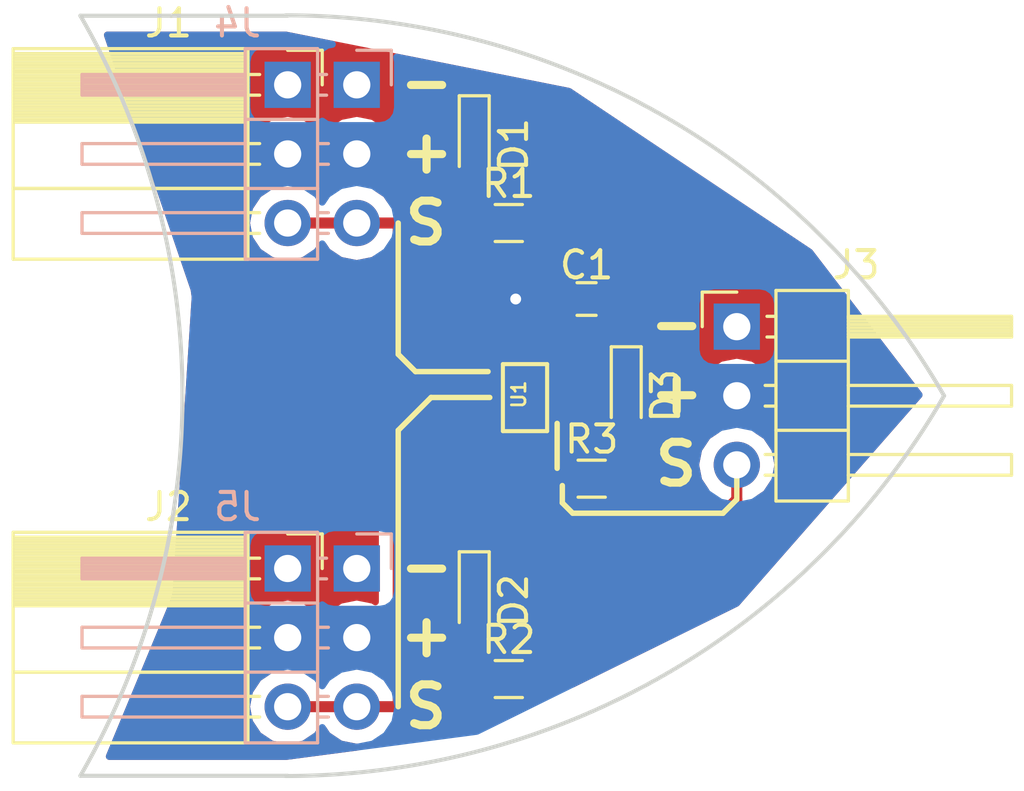
<source format=kicad_pcb>
(kicad_pcb (version 4) (host pcbnew 4.0.7)

  (general
    (links 26)
    (no_connects 0)
    (area 104.01115 48.13115 190.600001 132.180001)
    (thickness 1.6)
    (drawings 30)
    (tracks 35)
    (zones 0)
    (modules 13)
    (nets 9)
  )

  (page A4)
  (layers
    (0 F.Cu signal)
    (31 B.Cu signal)
    (32 B.Adhes user)
    (33 F.Adhes user)
    (34 B.Paste user)
    (35 F.Paste user)
    (36 B.SilkS user)
    (37 F.SilkS user)
    (38 B.Mask user)
    (39 F.Mask user)
    (40 Dwgs.User user)
    (41 Cmts.User user)
    (42 Eco1.User user)
    (43 Eco2.User user)
    (44 Edge.Cuts user)
    (45 Margin user)
    (46 B.CrtYd user)
    (47 F.CrtYd user)
    (48 B.Fab user)
    (49 F.Fab user hide)
  )

  (setup
    (last_trace_width 0.25)
    (user_trace_width 0.4064)
    (trace_clearance 0.2)
    (zone_clearance 0.508)
    (zone_45_only no)
    (trace_min 0.2)
    (segment_width 0.2)
    (edge_width 0.15)
    (via_size 0.6)
    (via_drill 0.4)
    (via_min_size 0.4)
    (via_min_drill 0.3)
    (uvia_size 0.3)
    (uvia_drill 0.1)
    (uvias_allowed no)
    (uvia_min_size 0.2)
    (uvia_min_drill 0.1)
    (pcb_text_width 0.3)
    (pcb_text_size 1.5 1.5)
    (mod_edge_width 0.15)
    (mod_text_size 1 1)
    (mod_text_width 0.15)
    (pad_size 1.524 1.524)
    (pad_drill 0.762)
    (pad_to_mask_clearance 0.2)
    (aux_axis_origin 0 0)
    (visible_elements 7FFFFFFF)
    (pcbplotparams
      (layerselection 0x00030_80000001)
      (usegerberextensions false)
      (excludeedgelayer true)
      (linewidth 0.100000)
      (plotframeref false)
      (viasonmask false)
      (mode 1)
      (useauxorigin false)
      (hpglpennumber 1)
      (hpglpenspeed 20)
      (hpglpendiameter 15)
      (hpglpenoverlay 2)
      (psnegative false)
      (psa4output false)
      (plotreference true)
      (plotvalue true)
      (plotinvisibletext false)
      (padsonsilk false)
      (subtractmaskfromsilk false)
      (outputformat 1)
      (mirror false)
      (drillshape 1)
      (scaleselection 1)
      (outputdirectory ""))
  )

  (net 0 "")
  (net 1 Vin)
  (net 2 GND)
  (net 3 "Net-(D1-Pad2)")
  (net 4 "Net-(D2-Pad2)")
  (net 5 "Net-(D3-Pad2)")
  (net 6 /In1)
  (net 7 /In2)
  (net 8 /Out)

  (net_class Default "This is the default net class."
    (clearance 0.2)
    (trace_width 0.25)
    (via_dia 0.6)
    (via_drill 0.4)
    (uvia_dia 0.3)
    (uvia_drill 0.1)
    (add_net /In1)
    (add_net /In2)
    (add_net /Out)
    (add_net GND)
    (add_net "Net-(D1-Pad2)")
    (add_net "Net-(D2-Pad2)")
    (add_net "Net-(D3-Pad2)")
    (add_net Vin)
  )

  (module Pin_Headers:Pin_Header_Angled_1x03_Pitch2.54mm (layer F.Cu) (tedit 59650532) (tstamp 5AF4B1FA)
    (at 156.21 87.63)
    (descr "Through hole angled pin header, 1x03, 2.54mm pitch, 6mm pin length, single row")
    (tags "Through hole angled pin header THT 1x03 2.54mm single row")
    (path /5AF0ADF4)
    (fp_text reference J3 (at 4.385 -2.27) (layer F.SilkS)
      (effects (font (size 1 1) (thickness 0.15)))
    )
    (fp_text value Out (at 4.385 7.35) (layer F.Fab)
      (effects (font (size 1 1) (thickness 0.15)))
    )
    (fp_line (start 2.135 -1.27) (end 4.04 -1.27) (layer F.Fab) (width 0.1))
    (fp_line (start 4.04 -1.27) (end 4.04 6.35) (layer F.Fab) (width 0.1))
    (fp_line (start 4.04 6.35) (end 1.5 6.35) (layer F.Fab) (width 0.1))
    (fp_line (start 1.5 6.35) (end 1.5 -0.635) (layer F.Fab) (width 0.1))
    (fp_line (start 1.5 -0.635) (end 2.135 -1.27) (layer F.Fab) (width 0.1))
    (fp_line (start -0.32 -0.32) (end 1.5 -0.32) (layer F.Fab) (width 0.1))
    (fp_line (start -0.32 -0.32) (end -0.32 0.32) (layer F.Fab) (width 0.1))
    (fp_line (start -0.32 0.32) (end 1.5 0.32) (layer F.Fab) (width 0.1))
    (fp_line (start 4.04 -0.32) (end 10.04 -0.32) (layer F.Fab) (width 0.1))
    (fp_line (start 10.04 -0.32) (end 10.04 0.32) (layer F.Fab) (width 0.1))
    (fp_line (start 4.04 0.32) (end 10.04 0.32) (layer F.Fab) (width 0.1))
    (fp_line (start -0.32 2.22) (end 1.5 2.22) (layer F.Fab) (width 0.1))
    (fp_line (start -0.32 2.22) (end -0.32 2.86) (layer F.Fab) (width 0.1))
    (fp_line (start -0.32 2.86) (end 1.5 2.86) (layer F.Fab) (width 0.1))
    (fp_line (start 4.04 2.22) (end 10.04 2.22) (layer F.Fab) (width 0.1))
    (fp_line (start 10.04 2.22) (end 10.04 2.86) (layer F.Fab) (width 0.1))
    (fp_line (start 4.04 2.86) (end 10.04 2.86) (layer F.Fab) (width 0.1))
    (fp_line (start -0.32 4.76) (end 1.5 4.76) (layer F.Fab) (width 0.1))
    (fp_line (start -0.32 4.76) (end -0.32 5.4) (layer F.Fab) (width 0.1))
    (fp_line (start -0.32 5.4) (end 1.5 5.4) (layer F.Fab) (width 0.1))
    (fp_line (start 4.04 4.76) (end 10.04 4.76) (layer F.Fab) (width 0.1))
    (fp_line (start 10.04 4.76) (end 10.04 5.4) (layer F.Fab) (width 0.1))
    (fp_line (start 4.04 5.4) (end 10.04 5.4) (layer F.Fab) (width 0.1))
    (fp_line (start 1.44 -1.33) (end 1.44 6.41) (layer F.SilkS) (width 0.12))
    (fp_line (start 1.44 6.41) (end 4.1 6.41) (layer F.SilkS) (width 0.12))
    (fp_line (start 4.1 6.41) (end 4.1 -1.33) (layer F.SilkS) (width 0.12))
    (fp_line (start 4.1 -1.33) (end 1.44 -1.33) (layer F.SilkS) (width 0.12))
    (fp_line (start 4.1 -0.38) (end 10.1 -0.38) (layer F.SilkS) (width 0.12))
    (fp_line (start 10.1 -0.38) (end 10.1 0.38) (layer F.SilkS) (width 0.12))
    (fp_line (start 10.1 0.38) (end 4.1 0.38) (layer F.SilkS) (width 0.12))
    (fp_line (start 4.1 -0.32) (end 10.1 -0.32) (layer F.SilkS) (width 0.12))
    (fp_line (start 4.1 -0.2) (end 10.1 -0.2) (layer F.SilkS) (width 0.12))
    (fp_line (start 4.1 -0.08) (end 10.1 -0.08) (layer F.SilkS) (width 0.12))
    (fp_line (start 4.1 0.04) (end 10.1 0.04) (layer F.SilkS) (width 0.12))
    (fp_line (start 4.1 0.16) (end 10.1 0.16) (layer F.SilkS) (width 0.12))
    (fp_line (start 4.1 0.28) (end 10.1 0.28) (layer F.SilkS) (width 0.12))
    (fp_line (start 1.11 -0.38) (end 1.44 -0.38) (layer F.SilkS) (width 0.12))
    (fp_line (start 1.11 0.38) (end 1.44 0.38) (layer F.SilkS) (width 0.12))
    (fp_line (start 1.44 1.27) (end 4.1 1.27) (layer F.SilkS) (width 0.12))
    (fp_line (start 4.1 2.16) (end 10.1 2.16) (layer F.SilkS) (width 0.12))
    (fp_line (start 10.1 2.16) (end 10.1 2.92) (layer F.SilkS) (width 0.12))
    (fp_line (start 10.1 2.92) (end 4.1 2.92) (layer F.SilkS) (width 0.12))
    (fp_line (start 1.042929 2.16) (end 1.44 2.16) (layer F.SilkS) (width 0.12))
    (fp_line (start 1.042929 2.92) (end 1.44 2.92) (layer F.SilkS) (width 0.12))
    (fp_line (start 1.44 3.81) (end 4.1 3.81) (layer F.SilkS) (width 0.12))
    (fp_line (start 4.1 4.7) (end 10.1 4.7) (layer F.SilkS) (width 0.12))
    (fp_line (start 10.1 4.7) (end 10.1 5.46) (layer F.SilkS) (width 0.12))
    (fp_line (start 10.1 5.46) (end 4.1 5.46) (layer F.SilkS) (width 0.12))
    (fp_line (start 1.042929 4.7) (end 1.44 4.7) (layer F.SilkS) (width 0.12))
    (fp_line (start 1.042929 5.46) (end 1.44 5.46) (layer F.SilkS) (width 0.12))
    (fp_line (start -1.27 0) (end -1.27 -1.27) (layer F.SilkS) (width 0.12))
    (fp_line (start -1.27 -1.27) (end 0 -1.27) (layer F.SilkS) (width 0.12))
    (fp_line (start -1.8 -1.8) (end -1.8 6.85) (layer F.CrtYd) (width 0.05))
    (fp_line (start -1.8 6.85) (end 10.55 6.85) (layer F.CrtYd) (width 0.05))
    (fp_line (start 10.55 6.85) (end 10.55 -1.8) (layer F.CrtYd) (width 0.05))
    (fp_line (start 10.55 -1.8) (end -1.8 -1.8) (layer F.CrtYd) (width 0.05))
    (fp_text user %R (at 2.77 2.54 90) (layer F.Fab)
      (effects (font (size 1 1) (thickness 0.15)))
    )
    (pad 1 thru_hole rect (at 0 0) (size 1.7 1.7) (drill 1) (layers *.Cu *.Mask)
      (net 2 GND))
    (pad 2 thru_hole oval (at 0 2.54) (size 1.7 1.7) (drill 1) (layers *.Cu *.Mask)
      (net 1 Vin))
    (pad 3 thru_hole oval (at 0 5.08) (size 1.7 1.7) (drill 1) (layers *.Cu *.Mask)
      (net 8 /Out))
    (model ${KISYS3DMOD}/Pin_Headers.3dshapes/Pin_Header_Angled_1x03_Pitch2.54mm.wrl
      (at (xyz 0 0 0))
      (scale (xyz 1 1 1))
      (rotate (xyz 0 0 0))
    )
  )

  (module Capacitors_SMD:C_0603_HandSoldering (layer F.Cu) (tedit 58AA848B) (tstamp 5AF4B1D3)
    (at 150.688 86.614)
    (descr "Capacitor SMD 0603, hand soldering")
    (tags "capacitor 0603")
    (path /5AF1DE5F)
    (attr smd)
    (fp_text reference C1 (at 0 -1.25) (layer F.SilkS)
      (effects (font (size 1 1) (thickness 0.15)))
    )
    (fp_text value 10u (at 0 1.5) (layer F.Fab)
      (effects (font (size 1 1) (thickness 0.15)))
    )
    (fp_text user %R (at 0 -1.25) (layer F.Fab)
      (effects (font (size 1 1) (thickness 0.15)))
    )
    (fp_line (start -0.8 0.4) (end -0.8 -0.4) (layer F.Fab) (width 0.1))
    (fp_line (start 0.8 0.4) (end -0.8 0.4) (layer F.Fab) (width 0.1))
    (fp_line (start 0.8 -0.4) (end 0.8 0.4) (layer F.Fab) (width 0.1))
    (fp_line (start -0.8 -0.4) (end 0.8 -0.4) (layer F.Fab) (width 0.1))
    (fp_line (start -0.35 -0.6) (end 0.35 -0.6) (layer F.SilkS) (width 0.12))
    (fp_line (start 0.35 0.6) (end -0.35 0.6) (layer F.SilkS) (width 0.12))
    (fp_line (start -1.8 -0.65) (end 1.8 -0.65) (layer F.CrtYd) (width 0.05))
    (fp_line (start -1.8 -0.65) (end -1.8 0.65) (layer F.CrtYd) (width 0.05))
    (fp_line (start 1.8 0.65) (end 1.8 -0.65) (layer F.CrtYd) (width 0.05))
    (fp_line (start 1.8 0.65) (end -1.8 0.65) (layer F.CrtYd) (width 0.05))
    (pad 1 smd rect (at -0.95 0) (size 1.2 0.75) (layers F.Cu F.Paste F.Mask)
      (net 1 Vin))
    (pad 2 smd rect (at 0.95 0) (size 1.2 0.75) (layers F.Cu F.Paste F.Mask)
      (net 2 GND))
    (model Capacitors_SMD.3dshapes/C_0603.wrl
      (at (xyz 0 0 0))
      (scale (xyz 1 1 1))
      (rotate (xyz 0 0 0))
    )
  )

  (module LEDs:LED_0603_HandSoldering (layer F.Cu) (tedit 595FC9C0) (tstamp 5AF4B1D9)
    (at 146.558 80.942 270)
    (descr "LED SMD 0603, hand soldering")
    (tags "LED 0603")
    (path /5AF0B57F)
    (attr smd)
    (fp_text reference D1 (at 0 -1.45 270) (layer F.SilkS)
      (effects (font (size 1 1) (thickness 0.15)))
    )
    (fp_text value In1 (at 0 1.55 270) (layer F.Fab)
      (effects (font (size 1 1) (thickness 0.15)))
    )
    (fp_line (start -1.8 -0.55) (end -1.8 0.55) (layer F.SilkS) (width 0.12))
    (fp_line (start -0.2 -0.2) (end -0.2 0.2) (layer F.Fab) (width 0.1))
    (fp_line (start -0.15 0) (end 0.15 -0.2) (layer F.Fab) (width 0.1))
    (fp_line (start 0.15 0.2) (end -0.15 0) (layer F.Fab) (width 0.1))
    (fp_line (start 0.15 -0.2) (end 0.15 0.2) (layer F.Fab) (width 0.1))
    (fp_line (start 0.8 0.4) (end -0.8 0.4) (layer F.Fab) (width 0.1))
    (fp_line (start 0.8 -0.4) (end 0.8 0.4) (layer F.Fab) (width 0.1))
    (fp_line (start -0.8 -0.4) (end 0.8 -0.4) (layer F.Fab) (width 0.1))
    (fp_line (start -1.8 0.55) (end 0.8 0.55) (layer F.SilkS) (width 0.12))
    (fp_line (start -1.8 -0.55) (end 0.8 -0.55) (layer F.SilkS) (width 0.12))
    (fp_line (start -1.96 -0.7) (end 1.95 -0.7) (layer F.CrtYd) (width 0.05))
    (fp_line (start -1.96 -0.7) (end -1.96 0.7) (layer F.CrtYd) (width 0.05))
    (fp_line (start 1.95 0.7) (end 1.95 -0.7) (layer F.CrtYd) (width 0.05))
    (fp_line (start 1.95 0.7) (end -1.96 0.7) (layer F.CrtYd) (width 0.05))
    (fp_line (start -0.8 -0.4) (end -0.8 0.4) (layer F.Fab) (width 0.1))
    (pad 1 smd rect (at -1.1 0 270) (size 1.2 0.9) (layers F.Cu F.Paste F.Mask)
      (net 2 GND))
    (pad 2 smd rect (at 1.1 0 270) (size 1.2 0.9) (layers F.Cu F.Paste F.Mask)
      (net 3 "Net-(D1-Pad2)"))
    (model ${KISYS3DMOD}/LEDs.3dshapes/LED_0603.wrl
      (at (xyz 0 0 0))
      (scale (xyz 1 1 1))
      (rotate (xyz 0 0 180))
    )
  )

  (module LEDs:LED_0603_HandSoldering (layer F.Cu) (tedit 595FC9C0) (tstamp 5AF4B1DF)
    (at 146.558 97.706 270)
    (descr "LED SMD 0603, hand soldering")
    (tags "LED 0603")
    (path /5AF0B184)
    (attr smd)
    (fp_text reference D2 (at 0 -1.45 270) (layer F.SilkS)
      (effects (font (size 1 1) (thickness 0.15)))
    )
    (fp_text value In2 (at 0 1.55 270) (layer F.Fab)
      (effects (font (size 1 1) (thickness 0.15)))
    )
    (fp_line (start -1.8 -0.55) (end -1.8 0.55) (layer F.SilkS) (width 0.12))
    (fp_line (start -0.2 -0.2) (end -0.2 0.2) (layer F.Fab) (width 0.1))
    (fp_line (start -0.15 0) (end 0.15 -0.2) (layer F.Fab) (width 0.1))
    (fp_line (start 0.15 0.2) (end -0.15 0) (layer F.Fab) (width 0.1))
    (fp_line (start 0.15 -0.2) (end 0.15 0.2) (layer F.Fab) (width 0.1))
    (fp_line (start 0.8 0.4) (end -0.8 0.4) (layer F.Fab) (width 0.1))
    (fp_line (start 0.8 -0.4) (end 0.8 0.4) (layer F.Fab) (width 0.1))
    (fp_line (start -0.8 -0.4) (end 0.8 -0.4) (layer F.Fab) (width 0.1))
    (fp_line (start -1.8 0.55) (end 0.8 0.55) (layer F.SilkS) (width 0.12))
    (fp_line (start -1.8 -0.55) (end 0.8 -0.55) (layer F.SilkS) (width 0.12))
    (fp_line (start -1.96 -0.7) (end 1.95 -0.7) (layer F.CrtYd) (width 0.05))
    (fp_line (start -1.96 -0.7) (end -1.96 0.7) (layer F.CrtYd) (width 0.05))
    (fp_line (start 1.95 0.7) (end 1.95 -0.7) (layer F.CrtYd) (width 0.05))
    (fp_line (start 1.95 0.7) (end -1.96 0.7) (layer F.CrtYd) (width 0.05))
    (fp_line (start -0.8 -0.4) (end -0.8 0.4) (layer F.Fab) (width 0.1))
    (pad 1 smd rect (at -1.1 0 270) (size 1.2 0.9) (layers F.Cu F.Paste F.Mask)
      (net 2 GND))
    (pad 2 smd rect (at 1.1 0 270) (size 1.2 0.9) (layers F.Cu F.Paste F.Mask)
      (net 4 "Net-(D2-Pad2)"))
    (model ${KISYS3DMOD}/LEDs.3dshapes/LED_0603.wrl
      (at (xyz 0 0 0))
      (scale (xyz 1 1 1))
      (rotate (xyz 0 0 180))
    )
  )

  (module LEDs:LED_0603_HandSoldering (layer F.Cu) (tedit 595FC9C0) (tstamp 5AF4B1E5)
    (at 152.146 90.17 270)
    (descr "LED SMD 0603, hand soldering")
    (tags "LED 0603")
    (path /5AF0B5FF)
    (attr smd)
    (fp_text reference D3 (at 0 -1.45 270) (layer F.SilkS)
      (effects (font (size 1 1) (thickness 0.15)))
    )
    (fp_text value Out (at 0 1.55 270) (layer F.Fab)
      (effects (font (size 1 1) (thickness 0.15)))
    )
    (fp_line (start -1.8 -0.55) (end -1.8 0.55) (layer F.SilkS) (width 0.12))
    (fp_line (start -0.2 -0.2) (end -0.2 0.2) (layer F.Fab) (width 0.1))
    (fp_line (start -0.15 0) (end 0.15 -0.2) (layer F.Fab) (width 0.1))
    (fp_line (start 0.15 0.2) (end -0.15 0) (layer F.Fab) (width 0.1))
    (fp_line (start 0.15 -0.2) (end 0.15 0.2) (layer F.Fab) (width 0.1))
    (fp_line (start 0.8 0.4) (end -0.8 0.4) (layer F.Fab) (width 0.1))
    (fp_line (start 0.8 -0.4) (end 0.8 0.4) (layer F.Fab) (width 0.1))
    (fp_line (start -0.8 -0.4) (end 0.8 -0.4) (layer F.Fab) (width 0.1))
    (fp_line (start -1.8 0.55) (end 0.8 0.55) (layer F.SilkS) (width 0.12))
    (fp_line (start -1.8 -0.55) (end 0.8 -0.55) (layer F.SilkS) (width 0.12))
    (fp_line (start -1.96 -0.7) (end 1.95 -0.7) (layer F.CrtYd) (width 0.05))
    (fp_line (start -1.96 -0.7) (end -1.96 0.7) (layer F.CrtYd) (width 0.05))
    (fp_line (start 1.95 0.7) (end 1.95 -0.7) (layer F.CrtYd) (width 0.05))
    (fp_line (start 1.95 0.7) (end -1.96 0.7) (layer F.CrtYd) (width 0.05))
    (fp_line (start -0.8 -0.4) (end -0.8 0.4) (layer F.Fab) (width 0.1))
    (pad 1 smd rect (at -1.1 0 270) (size 1.2 0.9) (layers F.Cu F.Paste F.Mask)
      (net 2 GND))
    (pad 2 smd rect (at 1.1 0 270) (size 1.2 0.9) (layers F.Cu F.Paste F.Mask)
      (net 5 "Net-(D3-Pad2)"))
    (model ${KISYS3DMOD}/LEDs.3dshapes/LED_0603.wrl
      (at (xyz 0 0 0))
      (scale (xyz 1 1 1))
      (rotate (xyz 0 0 180))
    )
  )

  (module Socket_Strips:Socket_Strip_Angled_1x03_Pitch2.54mm (layer F.Cu) (tedit 58CD5446) (tstamp 5AF4B1EC)
    (at 139.7 78.74)
    (descr "Through hole angled socket strip, 1x03, 2.54mm pitch, 8.51mm socket length, single row")
    (tags "Through hole angled socket strip THT 1x03 2.54mm single row")
    (path /5AF0AE86)
    (fp_text reference J1 (at -4.38 -2.27) (layer F.SilkS)
      (effects (font (size 1 1) (thickness 0.15)))
    )
    (fp_text value In1 (at -4.38 7.35) (layer F.Fab)
      (effects (font (size 1 1) (thickness 0.15)))
    )
    (fp_line (start -1.52 -1.27) (end -1.52 1.27) (layer F.Fab) (width 0.1))
    (fp_line (start -1.52 1.27) (end -10.03 1.27) (layer F.Fab) (width 0.1))
    (fp_line (start -10.03 1.27) (end -10.03 -1.27) (layer F.Fab) (width 0.1))
    (fp_line (start -10.03 -1.27) (end -1.52 -1.27) (layer F.Fab) (width 0.1))
    (fp_line (start 0 -0.32) (end 0 0.32) (layer F.Fab) (width 0.1))
    (fp_line (start 0 0.32) (end -1.52 0.32) (layer F.Fab) (width 0.1))
    (fp_line (start -1.52 0.32) (end -1.52 -0.32) (layer F.Fab) (width 0.1))
    (fp_line (start -1.52 -0.32) (end 0 -0.32) (layer F.Fab) (width 0.1))
    (fp_line (start -1.52 1.27) (end -1.52 3.81) (layer F.Fab) (width 0.1))
    (fp_line (start -1.52 3.81) (end -10.03 3.81) (layer F.Fab) (width 0.1))
    (fp_line (start -10.03 3.81) (end -10.03 1.27) (layer F.Fab) (width 0.1))
    (fp_line (start -10.03 1.27) (end -1.52 1.27) (layer F.Fab) (width 0.1))
    (fp_line (start 0 2.22) (end 0 2.86) (layer F.Fab) (width 0.1))
    (fp_line (start 0 2.86) (end -1.52 2.86) (layer F.Fab) (width 0.1))
    (fp_line (start -1.52 2.86) (end -1.52 2.22) (layer F.Fab) (width 0.1))
    (fp_line (start -1.52 2.22) (end 0 2.22) (layer F.Fab) (width 0.1))
    (fp_line (start -1.52 3.81) (end -1.52 6.35) (layer F.Fab) (width 0.1))
    (fp_line (start -1.52 6.35) (end -10.03 6.35) (layer F.Fab) (width 0.1))
    (fp_line (start -10.03 6.35) (end -10.03 3.81) (layer F.Fab) (width 0.1))
    (fp_line (start -10.03 3.81) (end -1.52 3.81) (layer F.Fab) (width 0.1))
    (fp_line (start 0 4.76) (end 0 5.4) (layer F.Fab) (width 0.1))
    (fp_line (start 0 5.4) (end -1.52 5.4) (layer F.Fab) (width 0.1))
    (fp_line (start -1.52 5.4) (end -1.52 4.76) (layer F.Fab) (width 0.1))
    (fp_line (start -1.52 4.76) (end 0 4.76) (layer F.Fab) (width 0.1))
    (fp_line (start -1.46 -1.33) (end -1.46 1.27) (layer F.SilkS) (width 0.12))
    (fp_line (start -1.46 1.27) (end -10.09 1.27) (layer F.SilkS) (width 0.12))
    (fp_line (start -10.09 1.27) (end -10.09 -1.33) (layer F.SilkS) (width 0.12))
    (fp_line (start -10.09 -1.33) (end -1.46 -1.33) (layer F.SilkS) (width 0.12))
    (fp_line (start -1.03 -0.38) (end -1.46 -0.38) (layer F.SilkS) (width 0.12))
    (fp_line (start -1.03 0.38) (end -1.46 0.38) (layer F.SilkS) (width 0.12))
    (fp_line (start -1.46 -1.15) (end -10.09 -1.15) (layer F.SilkS) (width 0.12))
    (fp_line (start -1.46 -1.03) (end -10.09 -1.03) (layer F.SilkS) (width 0.12))
    (fp_line (start -1.46 -0.91) (end -10.09 -0.91) (layer F.SilkS) (width 0.12))
    (fp_line (start -1.46 -0.79) (end -10.09 -0.79) (layer F.SilkS) (width 0.12))
    (fp_line (start -1.46 -0.67) (end -10.09 -0.67) (layer F.SilkS) (width 0.12))
    (fp_line (start -1.46 -0.55) (end -10.09 -0.55) (layer F.SilkS) (width 0.12))
    (fp_line (start -1.46 -0.43) (end -10.09 -0.43) (layer F.SilkS) (width 0.12))
    (fp_line (start -1.46 -0.31) (end -10.09 -0.31) (layer F.SilkS) (width 0.12))
    (fp_line (start -1.46 -0.19) (end -10.09 -0.19) (layer F.SilkS) (width 0.12))
    (fp_line (start -1.46 -0.07) (end -10.09 -0.07) (layer F.SilkS) (width 0.12))
    (fp_line (start -1.46 0.05) (end -10.09 0.05) (layer F.SilkS) (width 0.12))
    (fp_line (start -1.46 0.17) (end -10.09 0.17) (layer F.SilkS) (width 0.12))
    (fp_line (start -1.46 0.29) (end -10.09 0.29) (layer F.SilkS) (width 0.12))
    (fp_line (start -1.46 0.41) (end -10.09 0.41) (layer F.SilkS) (width 0.12))
    (fp_line (start -1.46 0.53) (end -10.09 0.53) (layer F.SilkS) (width 0.12))
    (fp_line (start -1.46 0.65) (end -10.09 0.65) (layer F.SilkS) (width 0.12))
    (fp_line (start -1.46 0.77) (end -10.09 0.77) (layer F.SilkS) (width 0.12))
    (fp_line (start -1.46 0.89) (end -10.09 0.89) (layer F.SilkS) (width 0.12))
    (fp_line (start -1.46 1.01) (end -10.09 1.01) (layer F.SilkS) (width 0.12))
    (fp_line (start -1.46 1.13) (end -10.09 1.13) (layer F.SilkS) (width 0.12))
    (fp_line (start -1.46 1.25) (end -10.09 1.25) (layer F.SilkS) (width 0.12))
    (fp_line (start -1.46 1.37) (end -10.09 1.37) (layer F.SilkS) (width 0.12))
    (fp_line (start -1.46 1.27) (end -1.46 3.81) (layer F.SilkS) (width 0.12))
    (fp_line (start -1.46 3.81) (end -10.09 3.81) (layer F.SilkS) (width 0.12))
    (fp_line (start -10.09 3.81) (end -10.09 1.27) (layer F.SilkS) (width 0.12))
    (fp_line (start -10.09 1.27) (end -1.46 1.27) (layer F.SilkS) (width 0.12))
    (fp_line (start -1.03 2.16) (end -1.46 2.16) (layer F.SilkS) (width 0.12))
    (fp_line (start -1.03 2.92) (end -1.46 2.92) (layer F.SilkS) (width 0.12))
    (fp_line (start -1.46 3.81) (end -1.46 6.41) (layer F.SilkS) (width 0.12))
    (fp_line (start -1.46 6.41) (end -10.09 6.41) (layer F.SilkS) (width 0.12))
    (fp_line (start -10.09 6.41) (end -10.09 3.81) (layer F.SilkS) (width 0.12))
    (fp_line (start -10.09 3.81) (end -1.46 3.81) (layer F.SilkS) (width 0.12))
    (fp_line (start -1.03 4.7) (end -1.46 4.7) (layer F.SilkS) (width 0.12))
    (fp_line (start -1.03 5.46) (end -1.46 5.46) (layer F.SilkS) (width 0.12))
    (fp_line (start 0 -1.27) (end 1.27 -1.27) (layer F.SilkS) (width 0.12))
    (fp_line (start 1.27 -1.27) (end 1.27 0) (layer F.SilkS) (width 0.12))
    (fp_line (start 1.8 -1.8) (end 1.8 6.85) (layer F.CrtYd) (width 0.05))
    (fp_line (start 1.8 6.85) (end -10.55 6.85) (layer F.CrtYd) (width 0.05))
    (fp_line (start -10.55 6.85) (end -10.55 -1.8) (layer F.CrtYd) (width 0.05))
    (fp_line (start -10.55 -1.8) (end 1.8 -1.8) (layer F.CrtYd) (width 0.05))
    (fp_text user %R (at -4.38 -2.27) (layer F.Fab)
      (effects (font (size 1 1) (thickness 0.15)))
    )
    (pad 1 thru_hole rect (at 0 0) (size 1.7 1.7) (drill 1) (layers *.Cu *.Mask)
      (net 2 GND))
    (pad 2 thru_hole oval (at 0 2.54) (size 1.7 1.7) (drill 1) (layers *.Cu *.Mask)
      (net 1 Vin))
    (pad 3 thru_hole oval (at 0 5.08) (size 1.7 1.7) (drill 1) (layers *.Cu *.Mask)
      (net 6 /In1))
    (model ${KISYS3DMOD}/Socket_Strips.3dshapes/Socket_Strip_Angled_1x03_Pitch2.54mm.wrl
      (at (xyz 0 -0.1 0))
      (scale (xyz 1 1 1))
      (rotate (xyz 0 0 270))
    )
  )

  (module Socket_Strips:Socket_Strip_Angled_1x03_Pitch2.54mm (layer F.Cu) (tedit 58CD5446) (tstamp 5AF4B1F3)
    (at 139.7 96.52)
    (descr "Through hole angled socket strip, 1x03, 2.54mm pitch, 8.51mm socket length, single row")
    (tags "Through hole angled socket strip THT 1x03 2.54mm single row")
    (path /5AF0AEBC)
    (fp_text reference J2 (at -4.38 -2.27) (layer F.SilkS)
      (effects (font (size 1 1) (thickness 0.15)))
    )
    (fp_text value In2 (at -4.38 7.35) (layer F.Fab)
      (effects (font (size 1 1) (thickness 0.15)))
    )
    (fp_line (start -1.52 -1.27) (end -1.52 1.27) (layer F.Fab) (width 0.1))
    (fp_line (start -1.52 1.27) (end -10.03 1.27) (layer F.Fab) (width 0.1))
    (fp_line (start -10.03 1.27) (end -10.03 -1.27) (layer F.Fab) (width 0.1))
    (fp_line (start -10.03 -1.27) (end -1.52 -1.27) (layer F.Fab) (width 0.1))
    (fp_line (start 0 -0.32) (end 0 0.32) (layer F.Fab) (width 0.1))
    (fp_line (start 0 0.32) (end -1.52 0.32) (layer F.Fab) (width 0.1))
    (fp_line (start -1.52 0.32) (end -1.52 -0.32) (layer F.Fab) (width 0.1))
    (fp_line (start -1.52 -0.32) (end 0 -0.32) (layer F.Fab) (width 0.1))
    (fp_line (start -1.52 1.27) (end -1.52 3.81) (layer F.Fab) (width 0.1))
    (fp_line (start -1.52 3.81) (end -10.03 3.81) (layer F.Fab) (width 0.1))
    (fp_line (start -10.03 3.81) (end -10.03 1.27) (layer F.Fab) (width 0.1))
    (fp_line (start -10.03 1.27) (end -1.52 1.27) (layer F.Fab) (width 0.1))
    (fp_line (start 0 2.22) (end 0 2.86) (layer F.Fab) (width 0.1))
    (fp_line (start 0 2.86) (end -1.52 2.86) (layer F.Fab) (width 0.1))
    (fp_line (start -1.52 2.86) (end -1.52 2.22) (layer F.Fab) (width 0.1))
    (fp_line (start -1.52 2.22) (end 0 2.22) (layer F.Fab) (width 0.1))
    (fp_line (start -1.52 3.81) (end -1.52 6.35) (layer F.Fab) (width 0.1))
    (fp_line (start -1.52 6.35) (end -10.03 6.35) (layer F.Fab) (width 0.1))
    (fp_line (start -10.03 6.35) (end -10.03 3.81) (layer F.Fab) (width 0.1))
    (fp_line (start -10.03 3.81) (end -1.52 3.81) (layer F.Fab) (width 0.1))
    (fp_line (start 0 4.76) (end 0 5.4) (layer F.Fab) (width 0.1))
    (fp_line (start 0 5.4) (end -1.52 5.4) (layer F.Fab) (width 0.1))
    (fp_line (start -1.52 5.4) (end -1.52 4.76) (layer F.Fab) (width 0.1))
    (fp_line (start -1.52 4.76) (end 0 4.76) (layer F.Fab) (width 0.1))
    (fp_line (start -1.46 -1.33) (end -1.46 1.27) (layer F.SilkS) (width 0.12))
    (fp_line (start -1.46 1.27) (end -10.09 1.27) (layer F.SilkS) (width 0.12))
    (fp_line (start -10.09 1.27) (end -10.09 -1.33) (layer F.SilkS) (width 0.12))
    (fp_line (start -10.09 -1.33) (end -1.46 -1.33) (layer F.SilkS) (width 0.12))
    (fp_line (start -1.03 -0.38) (end -1.46 -0.38) (layer F.SilkS) (width 0.12))
    (fp_line (start -1.03 0.38) (end -1.46 0.38) (layer F.SilkS) (width 0.12))
    (fp_line (start -1.46 -1.15) (end -10.09 -1.15) (layer F.SilkS) (width 0.12))
    (fp_line (start -1.46 -1.03) (end -10.09 -1.03) (layer F.SilkS) (width 0.12))
    (fp_line (start -1.46 -0.91) (end -10.09 -0.91) (layer F.SilkS) (width 0.12))
    (fp_line (start -1.46 -0.79) (end -10.09 -0.79) (layer F.SilkS) (width 0.12))
    (fp_line (start -1.46 -0.67) (end -10.09 -0.67) (layer F.SilkS) (width 0.12))
    (fp_line (start -1.46 -0.55) (end -10.09 -0.55) (layer F.SilkS) (width 0.12))
    (fp_line (start -1.46 -0.43) (end -10.09 -0.43) (layer F.SilkS) (width 0.12))
    (fp_line (start -1.46 -0.31) (end -10.09 -0.31) (layer F.SilkS) (width 0.12))
    (fp_line (start -1.46 -0.19) (end -10.09 -0.19) (layer F.SilkS) (width 0.12))
    (fp_line (start -1.46 -0.07) (end -10.09 -0.07) (layer F.SilkS) (width 0.12))
    (fp_line (start -1.46 0.05) (end -10.09 0.05) (layer F.SilkS) (width 0.12))
    (fp_line (start -1.46 0.17) (end -10.09 0.17) (layer F.SilkS) (width 0.12))
    (fp_line (start -1.46 0.29) (end -10.09 0.29) (layer F.SilkS) (width 0.12))
    (fp_line (start -1.46 0.41) (end -10.09 0.41) (layer F.SilkS) (width 0.12))
    (fp_line (start -1.46 0.53) (end -10.09 0.53) (layer F.SilkS) (width 0.12))
    (fp_line (start -1.46 0.65) (end -10.09 0.65) (layer F.SilkS) (width 0.12))
    (fp_line (start -1.46 0.77) (end -10.09 0.77) (layer F.SilkS) (width 0.12))
    (fp_line (start -1.46 0.89) (end -10.09 0.89) (layer F.SilkS) (width 0.12))
    (fp_line (start -1.46 1.01) (end -10.09 1.01) (layer F.SilkS) (width 0.12))
    (fp_line (start -1.46 1.13) (end -10.09 1.13) (layer F.SilkS) (width 0.12))
    (fp_line (start -1.46 1.25) (end -10.09 1.25) (layer F.SilkS) (width 0.12))
    (fp_line (start -1.46 1.37) (end -10.09 1.37) (layer F.SilkS) (width 0.12))
    (fp_line (start -1.46 1.27) (end -1.46 3.81) (layer F.SilkS) (width 0.12))
    (fp_line (start -1.46 3.81) (end -10.09 3.81) (layer F.SilkS) (width 0.12))
    (fp_line (start -10.09 3.81) (end -10.09 1.27) (layer F.SilkS) (width 0.12))
    (fp_line (start -10.09 1.27) (end -1.46 1.27) (layer F.SilkS) (width 0.12))
    (fp_line (start -1.03 2.16) (end -1.46 2.16) (layer F.SilkS) (width 0.12))
    (fp_line (start -1.03 2.92) (end -1.46 2.92) (layer F.SilkS) (width 0.12))
    (fp_line (start -1.46 3.81) (end -1.46 6.41) (layer F.SilkS) (width 0.12))
    (fp_line (start -1.46 6.41) (end -10.09 6.41) (layer F.SilkS) (width 0.12))
    (fp_line (start -10.09 6.41) (end -10.09 3.81) (layer F.SilkS) (width 0.12))
    (fp_line (start -10.09 3.81) (end -1.46 3.81) (layer F.SilkS) (width 0.12))
    (fp_line (start -1.03 4.7) (end -1.46 4.7) (layer F.SilkS) (width 0.12))
    (fp_line (start -1.03 5.46) (end -1.46 5.46) (layer F.SilkS) (width 0.12))
    (fp_line (start 0 -1.27) (end 1.27 -1.27) (layer F.SilkS) (width 0.12))
    (fp_line (start 1.27 -1.27) (end 1.27 0) (layer F.SilkS) (width 0.12))
    (fp_line (start 1.8 -1.8) (end 1.8 6.85) (layer F.CrtYd) (width 0.05))
    (fp_line (start 1.8 6.85) (end -10.55 6.85) (layer F.CrtYd) (width 0.05))
    (fp_line (start -10.55 6.85) (end -10.55 -1.8) (layer F.CrtYd) (width 0.05))
    (fp_line (start -10.55 -1.8) (end 1.8 -1.8) (layer F.CrtYd) (width 0.05))
    (fp_text user %R (at -4.38 -2.27) (layer F.Fab)
      (effects (font (size 1 1) (thickness 0.15)))
    )
    (pad 1 thru_hole rect (at 0 0) (size 1.7 1.7) (drill 1) (layers *.Cu *.Mask)
      (net 2 GND))
    (pad 2 thru_hole oval (at 0 2.54) (size 1.7 1.7) (drill 1) (layers *.Cu *.Mask)
      (net 1 Vin))
    (pad 3 thru_hole oval (at 0 5.08) (size 1.7 1.7) (drill 1) (layers *.Cu *.Mask)
      (net 7 /In2))
    (model ${KISYS3DMOD}/Socket_Strips.3dshapes/Socket_Strip_Angled_1x03_Pitch2.54mm.wrl
      (at (xyz 0 -0.1 0))
      (scale (xyz 1 1 1))
      (rotate (xyz 0 0 270))
    )
  )

  (module Pin_Headers:Pin_Header_Angled_1x03_Pitch2.54mm (layer B.Cu) (tedit 59650532) (tstamp 5AF4B201)
    (at 142.24 78.74 180)
    (descr "Through hole angled pin header, 1x03, 2.54mm pitch, 6mm pin length, single row")
    (tags "Through hole angled pin header THT 1x03 2.54mm single row")
    (path /5AF0AF18)
    (fp_text reference J4 (at 4.385 2.27 180) (layer B.SilkS)
      (effects (font (size 1 1) (thickness 0.15)) (justify mirror))
    )
    (fp_text value Thru1 (at 4.385 -7.35 180) (layer B.Fab)
      (effects (font (size 1 1) (thickness 0.15)) (justify mirror))
    )
    (fp_line (start 2.135 1.27) (end 4.04 1.27) (layer B.Fab) (width 0.1))
    (fp_line (start 4.04 1.27) (end 4.04 -6.35) (layer B.Fab) (width 0.1))
    (fp_line (start 4.04 -6.35) (end 1.5 -6.35) (layer B.Fab) (width 0.1))
    (fp_line (start 1.5 -6.35) (end 1.5 0.635) (layer B.Fab) (width 0.1))
    (fp_line (start 1.5 0.635) (end 2.135 1.27) (layer B.Fab) (width 0.1))
    (fp_line (start -0.32 0.32) (end 1.5 0.32) (layer B.Fab) (width 0.1))
    (fp_line (start -0.32 0.32) (end -0.32 -0.32) (layer B.Fab) (width 0.1))
    (fp_line (start -0.32 -0.32) (end 1.5 -0.32) (layer B.Fab) (width 0.1))
    (fp_line (start 4.04 0.32) (end 10.04 0.32) (layer B.Fab) (width 0.1))
    (fp_line (start 10.04 0.32) (end 10.04 -0.32) (layer B.Fab) (width 0.1))
    (fp_line (start 4.04 -0.32) (end 10.04 -0.32) (layer B.Fab) (width 0.1))
    (fp_line (start -0.32 -2.22) (end 1.5 -2.22) (layer B.Fab) (width 0.1))
    (fp_line (start -0.32 -2.22) (end -0.32 -2.86) (layer B.Fab) (width 0.1))
    (fp_line (start -0.32 -2.86) (end 1.5 -2.86) (layer B.Fab) (width 0.1))
    (fp_line (start 4.04 -2.22) (end 10.04 -2.22) (layer B.Fab) (width 0.1))
    (fp_line (start 10.04 -2.22) (end 10.04 -2.86) (layer B.Fab) (width 0.1))
    (fp_line (start 4.04 -2.86) (end 10.04 -2.86) (layer B.Fab) (width 0.1))
    (fp_line (start -0.32 -4.76) (end 1.5 -4.76) (layer B.Fab) (width 0.1))
    (fp_line (start -0.32 -4.76) (end -0.32 -5.4) (layer B.Fab) (width 0.1))
    (fp_line (start -0.32 -5.4) (end 1.5 -5.4) (layer B.Fab) (width 0.1))
    (fp_line (start 4.04 -4.76) (end 10.04 -4.76) (layer B.Fab) (width 0.1))
    (fp_line (start 10.04 -4.76) (end 10.04 -5.4) (layer B.Fab) (width 0.1))
    (fp_line (start 4.04 -5.4) (end 10.04 -5.4) (layer B.Fab) (width 0.1))
    (fp_line (start 1.44 1.33) (end 1.44 -6.41) (layer B.SilkS) (width 0.12))
    (fp_line (start 1.44 -6.41) (end 4.1 -6.41) (layer B.SilkS) (width 0.12))
    (fp_line (start 4.1 -6.41) (end 4.1 1.33) (layer B.SilkS) (width 0.12))
    (fp_line (start 4.1 1.33) (end 1.44 1.33) (layer B.SilkS) (width 0.12))
    (fp_line (start 4.1 0.38) (end 10.1 0.38) (layer B.SilkS) (width 0.12))
    (fp_line (start 10.1 0.38) (end 10.1 -0.38) (layer B.SilkS) (width 0.12))
    (fp_line (start 10.1 -0.38) (end 4.1 -0.38) (layer B.SilkS) (width 0.12))
    (fp_line (start 4.1 0.32) (end 10.1 0.32) (layer B.SilkS) (width 0.12))
    (fp_line (start 4.1 0.2) (end 10.1 0.2) (layer B.SilkS) (width 0.12))
    (fp_line (start 4.1 0.08) (end 10.1 0.08) (layer B.SilkS) (width 0.12))
    (fp_line (start 4.1 -0.04) (end 10.1 -0.04) (layer B.SilkS) (width 0.12))
    (fp_line (start 4.1 -0.16) (end 10.1 -0.16) (layer B.SilkS) (width 0.12))
    (fp_line (start 4.1 -0.28) (end 10.1 -0.28) (layer B.SilkS) (width 0.12))
    (fp_line (start 1.11 0.38) (end 1.44 0.38) (layer B.SilkS) (width 0.12))
    (fp_line (start 1.11 -0.38) (end 1.44 -0.38) (layer B.SilkS) (width 0.12))
    (fp_line (start 1.44 -1.27) (end 4.1 -1.27) (layer B.SilkS) (width 0.12))
    (fp_line (start 4.1 -2.16) (end 10.1 -2.16) (layer B.SilkS) (width 0.12))
    (fp_line (start 10.1 -2.16) (end 10.1 -2.92) (layer B.SilkS) (width 0.12))
    (fp_line (start 10.1 -2.92) (end 4.1 -2.92) (layer B.SilkS) (width 0.12))
    (fp_line (start 1.042929 -2.16) (end 1.44 -2.16) (layer B.SilkS) (width 0.12))
    (fp_line (start 1.042929 -2.92) (end 1.44 -2.92) (layer B.SilkS) (width 0.12))
    (fp_line (start 1.44 -3.81) (end 4.1 -3.81) (layer B.SilkS) (width 0.12))
    (fp_line (start 4.1 -4.7) (end 10.1 -4.7) (layer B.SilkS) (width 0.12))
    (fp_line (start 10.1 -4.7) (end 10.1 -5.46) (layer B.SilkS) (width 0.12))
    (fp_line (start 10.1 -5.46) (end 4.1 -5.46) (layer B.SilkS) (width 0.12))
    (fp_line (start 1.042929 -4.7) (end 1.44 -4.7) (layer B.SilkS) (width 0.12))
    (fp_line (start 1.042929 -5.46) (end 1.44 -5.46) (layer B.SilkS) (width 0.12))
    (fp_line (start -1.27 0) (end -1.27 1.27) (layer B.SilkS) (width 0.12))
    (fp_line (start -1.27 1.27) (end 0 1.27) (layer B.SilkS) (width 0.12))
    (fp_line (start -1.8 1.8) (end -1.8 -6.85) (layer B.CrtYd) (width 0.05))
    (fp_line (start -1.8 -6.85) (end 10.55 -6.85) (layer B.CrtYd) (width 0.05))
    (fp_line (start 10.55 -6.85) (end 10.55 1.8) (layer B.CrtYd) (width 0.05))
    (fp_line (start 10.55 1.8) (end -1.8 1.8) (layer B.CrtYd) (width 0.05))
    (fp_text user %R (at 2.77 -2.54 450) (layer B.Fab)
      (effects (font (size 1 1) (thickness 0.15)) (justify mirror))
    )
    (pad 1 thru_hole rect (at 0 0 180) (size 1.7 1.7) (drill 1) (layers *.Cu *.Mask)
      (net 2 GND))
    (pad 2 thru_hole oval (at 0 -2.54 180) (size 1.7 1.7) (drill 1) (layers *.Cu *.Mask)
      (net 1 Vin))
    (pad 3 thru_hole oval (at 0 -5.08 180) (size 1.7 1.7) (drill 1) (layers *.Cu *.Mask)
      (net 6 /In1))
    (model ${KISYS3DMOD}/Pin_Headers.3dshapes/Pin_Header_Angled_1x03_Pitch2.54mm.wrl
      (at (xyz 0 0 0))
      (scale (xyz 1 1 1))
      (rotate (xyz 0 0 0))
    )
  )

  (module Pin_Headers:Pin_Header_Angled_1x03_Pitch2.54mm (layer B.Cu) (tedit 59650532) (tstamp 5AF4B208)
    (at 142.24 96.52 180)
    (descr "Through hole angled pin header, 1x03, 2.54mm pitch, 6mm pin length, single row")
    (tags "Through hole angled pin header THT 1x03 2.54mm single row")
    (path /5AF0AEF4)
    (fp_text reference J5 (at 4.385 2.27 180) (layer B.SilkS)
      (effects (font (size 1 1) (thickness 0.15)) (justify mirror))
    )
    (fp_text value Thru2 (at 4.385 -7.35 180) (layer B.Fab)
      (effects (font (size 1 1) (thickness 0.15)) (justify mirror))
    )
    (fp_line (start 2.135 1.27) (end 4.04 1.27) (layer B.Fab) (width 0.1))
    (fp_line (start 4.04 1.27) (end 4.04 -6.35) (layer B.Fab) (width 0.1))
    (fp_line (start 4.04 -6.35) (end 1.5 -6.35) (layer B.Fab) (width 0.1))
    (fp_line (start 1.5 -6.35) (end 1.5 0.635) (layer B.Fab) (width 0.1))
    (fp_line (start 1.5 0.635) (end 2.135 1.27) (layer B.Fab) (width 0.1))
    (fp_line (start -0.32 0.32) (end 1.5 0.32) (layer B.Fab) (width 0.1))
    (fp_line (start -0.32 0.32) (end -0.32 -0.32) (layer B.Fab) (width 0.1))
    (fp_line (start -0.32 -0.32) (end 1.5 -0.32) (layer B.Fab) (width 0.1))
    (fp_line (start 4.04 0.32) (end 10.04 0.32) (layer B.Fab) (width 0.1))
    (fp_line (start 10.04 0.32) (end 10.04 -0.32) (layer B.Fab) (width 0.1))
    (fp_line (start 4.04 -0.32) (end 10.04 -0.32) (layer B.Fab) (width 0.1))
    (fp_line (start -0.32 -2.22) (end 1.5 -2.22) (layer B.Fab) (width 0.1))
    (fp_line (start -0.32 -2.22) (end -0.32 -2.86) (layer B.Fab) (width 0.1))
    (fp_line (start -0.32 -2.86) (end 1.5 -2.86) (layer B.Fab) (width 0.1))
    (fp_line (start 4.04 -2.22) (end 10.04 -2.22) (layer B.Fab) (width 0.1))
    (fp_line (start 10.04 -2.22) (end 10.04 -2.86) (layer B.Fab) (width 0.1))
    (fp_line (start 4.04 -2.86) (end 10.04 -2.86) (layer B.Fab) (width 0.1))
    (fp_line (start -0.32 -4.76) (end 1.5 -4.76) (layer B.Fab) (width 0.1))
    (fp_line (start -0.32 -4.76) (end -0.32 -5.4) (layer B.Fab) (width 0.1))
    (fp_line (start -0.32 -5.4) (end 1.5 -5.4) (layer B.Fab) (width 0.1))
    (fp_line (start 4.04 -4.76) (end 10.04 -4.76) (layer B.Fab) (width 0.1))
    (fp_line (start 10.04 -4.76) (end 10.04 -5.4) (layer B.Fab) (width 0.1))
    (fp_line (start 4.04 -5.4) (end 10.04 -5.4) (layer B.Fab) (width 0.1))
    (fp_line (start 1.44 1.33) (end 1.44 -6.41) (layer B.SilkS) (width 0.12))
    (fp_line (start 1.44 -6.41) (end 4.1 -6.41) (layer B.SilkS) (width 0.12))
    (fp_line (start 4.1 -6.41) (end 4.1 1.33) (layer B.SilkS) (width 0.12))
    (fp_line (start 4.1 1.33) (end 1.44 1.33) (layer B.SilkS) (width 0.12))
    (fp_line (start 4.1 0.38) (end 10.1 0.38) (layer B.SilkS) (width 0.12))
    (fp_line (start 10.1 0.38) (end 10.1 -0.38) (layer B.SilkS) (width 0.12))
    (fp_line (start 10.1 -0.38) (end 4.1 -0.38) (layer B.SilkS) (width 0.12))
    (fp_line (start 4.1 0.32) (end 10.1 0.32) (layer B.SilkS) (width 0.12))
    (fp_line (start 4.1 0.2) (end 10.1 0.2) (layer B.SilkS) (width 0.12))
    (fp_line (start 4.1 0.08) (end 10.1 0.08) (layer B.SilkS) (width 0.12))
    (fp_line (start 4.1 -0.04) (end 10.1 -0.04) (layer B.SilkS) (width 0.12))
    (fp_line (start 4.1 -0.16) (end 10.1 -0.16) (layer B.SilkS) (width 0.12))
    (fp_line (start 4.1 -0.28) (end 10.1 -0.28) (layer B.SilkS) (width 0.12))
    (fp_line (start 1.11 0.38) (end 1.44 0.38) (layer B.SilkS) (width 0.12))
    (fp_line (start 1.11 -0.38) (end 1.44 -0.38) (layer B.SilkS) (width 0.12))
    (fp_line (start 1.44 -1.27) (end 4.1 -1.27) (layer B.SilkS) (width 0.12))
    (fp_line (start 4.1 -2.16) (end 10.1 -2.16) (layer B.SilkS) (width 0.12))
    (fp_line (start 10.1 -2.16) (end 10.1 -2.92) (layer B.SilkS) (width 0.12))
    (fp_line (start 10.1 -2.92) (end 4.1 -2.92) (layer B.SilkS) (width 0.12))
    (fp_line (start 1.042929 -2.16) (end 1.44 -2.16) (layer B.SilkS) (width 0.12))
    (fp_line (start 1.042929 -2.92) (end 1.44 -2.92) (layer B.SilkS) (width 0.12))
    (fp_line (start 1.44 -3.81) (end 4.1 -3.81) (layer B.SilkS) (width 0.12))
    (fp_line (start 4.1 -4.7) (end 10.1 -4.7) (layer B.SilkS) (width 0.12))
    (fp_line (start 10.1 -4.7) (end 10.1 -5.46) (layer B.SilkS) (width 0.12))
    (fp_line (start 10.1 -5.46) (end 4.1 -5.46) (layer B.SilkS) (width 0.12))
    (fp_line (start 1.042929 -4.7) (end 1.44 -4.7) (layer B.SilkS) (width 0.12))
    (fp_line (start 1.042929 -5.46) (end 1.44 -5.46) (layer B.SilkS) (width 0.12))
    (fp_line (start -1.27 0) (end -1.27 1.27) (layer B.SilkS) (width 0.12))
    (fp_line (start -1.27 1.27) (end 0 1.27) (layer B.SilkS) (width 0.12))
    (fp_line (start -1.8 1.8) (end -1.8 -6.85) (layer B.CrtYd) (width 0.05))
    (fp_line (start -1.8 -6.85) (end 10.55 -6.85) (layer B.CrtYd) (width 0.05))
    (fp_line (start 10.55 -6.85) (end 10.55 1.8) (layer B.CrtYd) (width 0.05))
    (fp_line (start 10.55 1.8) (end -1.8 1.8) (layer B.CrtYd) (width 0.05))
    (fp_text user %R (at 2.77 -2.54 450) (layer B.Fab)
      (effects (font (size 1 1) (thickness 0.15)) (justify mirror))
    )
    (pad 1 thru_hole rect (at 0 0 180) (size 1.7 1.7) (drill 1) (layers *.Cu *.Mask)
      (net 2 GND))
    (pad 2 thru_hole oval (at 0 -2.54 180) (size 1.7 1.7) (drill 1) (layers *.Cu *.Mask)
      (net 1 Vin))
    (pad 3 thru_hole oval (at 0 -5.08 180) (size 1.7 1.7) (drill 1) (layers *.Cu *.Mask)
      (net 7 /In2))
    (model ${KISYS3DMOD}/Pin_Headers.3dshapes/Pin_Header_Angled_1x03_Pitch2.54mm.wrl
      (at (xyz 0 0 0))
      (scale (xyz 1 1 1))
      (rotate (xyz 0 0 0))
    )
  )

  (module Resistors_SMD:R_0603_HandSoldering (layer F.Cu) (tedit 58E0A804) (tstamp 5AF4B20E)
    (at 147.828 83.82)
    (descr "Resistor SMD 0603, hand soldering")
    (tags "resistor 0603")
    (path /5AF0BC61)
    (attr smd)
    (fp_text reference R1 (at 0 -1.45) (layer F.SilkS)
      (effects (font (size 1 1) (thickness 0.15)))
    )
    (fp_text value 500 (at 0 1.55) (layer F.Fab)
      (effects (font (size 1 1) (thickness 0.15)))
    )
    (fp_text user %R (at 0 0) (layer F.Fab)
      (effects (font (size 0.4 0.4) (thickness 0.075)))
    )
    (fp_line (start -0.8 0.4) (end -0.8 -0.4) (layer F.Fab) (width 0.1))
    (fp_line (start 0.8 0.4) (end -0.8 0.4) (layer F.Fab) (width 0.1))
    (fp_line (start 0.8 -0.4) (end 0.8 0.4) (layer F.Fab) (width 0.1))
    (fp_line (start -0.8 -0.4) (end 0.8 -0.4) (layer F.Fab) (width 0.1))
    (fp_line (start 0.5 0.68) (end -0.5 0.68) (layer F.SilkS) (width 0.12))
    (fp_line (start -0.5 -0.68) (end 0.5 -0.68) (layer F.SilkS) (width 0.12))
    (fp_line (start -1.96 -0.7) (end 1.95 -0.7) (layer F.CrtYd) (width 0.05))
    (fp_line (start -1.96 -0.7) (end -1.96 0.7) (layer F.CrtYd) (width 0.05))
    (fp_line (start 1.95 0.7) (end 1.95 -0.7) (layer F.CrtYd) (width 0.05))
    (fp_line (start 1.95 0.7) (end -1.96 0.7) (layer F.CrtYd) (width 0.05))
    (pad 1 smd rect (at -1.1 0) (size 1.2 0.9) (layers F.Cu F.Paste F.Mask)
      (net 6 /In1))
    (pad 2 smd rect (at 1.1 0) (size 1.2 0.9) (layers F.Cu F.Paste F.Mask)
      (net 3 "Net-(D1-Pad2)"))
    (model ${KISYS3DMOD}/Resistors_SMD.3dshapes/R_0603.wrl
      (at (xyz 0 0 0))
      (scale (xyz 1 1 1))
      (rotate (xyz 0 0 0))
    )
  )

  (module Resistors_SMD:R_0603_HandSoldering (layer F.Cu) (tedit 58E0A804) (tstamp 5AF4B214)
    (at 147.828 100.584)
    (descr "Resistor SMD 0603, hand soldering")
    (tags "resistor 0603")
    (path /5AF0B2F3)
    (attr smd)
    (fp_text reference R2 (at 0 -1.45) (layer F.SilkS)
      (effects (font (size 1 1) (thickness 0.15)))
    )
    (fp_text value 500 (at 0 1.55) (layer F.Fab)
      (effects (font (size 1 1) (thickness 0.15)))
    )
    (fp_text user %R (at 0 0) (layer F.Fab)
      (effects (font (size 0.4 0.4) (thickness 0.075)))
    )
    (fp_line (start -0.8 0.4) (end -0.8 -0.4) (layer F.Fab) (width 0.1))
    (fp_line (start 0.8 0.4) (end -0.8 0.4) (layer F.Fab) (width 0.1))
    (fp_line (start 0.8 -0.4) (end 0.8 0.4) (layer F.Fab) (width 0.1))
    (fp_line (start -0.8 -0.4) (end 0.8 -0.4) (layer F.Fab) (width 0.1))
    (fp_line (start 0.5 0.68) (end -0.5 0.68) (layer F.SilkS) (width 0.12))
    (fp_line (start -0.5 -0.68) (end 0.5 -0.68) (layer F.SilkS) (width 0.12))
    (fp_line (start -1.96 -0.7) (end 1.95 -0.7) (layer F.CrtYd) (width 0.05))
    (fp_line (start -1.96 -0.7) (end -1.96 0.7) (layer F.CrtYd) (width 0.05))
    (fp_line (start 1.95 0.7) (end 1.95 -0.7) (layer F.CrtYd) (width 0.05))
    (fp_line (start 1.95 0.7) (end -1.96 0.7) (layer F.CrtYd) (width 0.05))
    (pad 1 smd rect (at -1.1 0) (size 1.2 0.9) (layers F.Cu F.Paste F.Mask)
      (net 7 /In2))
    (pad 2 smd rect (at 1.1 0) (size 1.2 0.9) (layers F.Cu F.Paste F.Mask)
      (net 4 "Net-(D2-Pad2)"))
    (model ${KISYS3DMOD}/Resistors_SMD.3dshapes/R_0603.wrl
      (at (xyz 0 0 0))
      (scale (xyz 1 1 1))
      (rotate (xyz 0 0 0))
    )
  )

  (module Resistors_SMD:R_0603_HandSoldering (layer F.Cu) (tedit 58E0A804) (tstamp 5AF4B21A)
    (at 150.876 93.218)
    (descr "Resistor SMD 0603, hand soldering")
    (tags "resistor 0603")
    (path /5AF0BC16)
    (attr smd)
    (fp_text reference R3 (at 0 -1.45) (layer F.SilkS)
      (effects (font (size 1 1) (thickness 0.15)))
    )
    (fp_text value 500 (at 0 1.55) (layer F.Fab)
      (effects (font (size 1 1) (thickness 0.15)))
    )
    (fp_text user %R (at 0 0) (layer F.Fab)
      (effects (font (size 0.4 0.4) (thickness 0.075)))
    )
    (fp_line (start -0.8 0.4) (end -0.8 -0.4) (layer F.Fab) (width 0.1))
    (fp_line (start 0.8 0.4) (end -0.8 0.4) (layer F.Fab) (width 0.1))
    (fp_line (start 0.8 -0.4) (end 0.8 0.4) (layer F.Fab) (width 0.1))
    (fp_line (start -0.8 -0.4) (end 0.8 -0.4) (layer F.Fab) (width 0.1))
    (fp_line (start 0.5 0.68) (end -0.5 0.68) (layer F.SilkS) (width 0.12))
    (fp_line (start -0.5 -0.68) (end 0.5 -0.68) (layer F.SilkS) (width 0.12))
    (fp_line (start -1.96 -0.7) (end 1.95 -0.7) (layer F.CrtYd) (width 0.05))
    (fp_line (start -1.96 -0.7) (end -1.96 0.7) (layer F.CrtYd) (width 0.05))
    (fp_line (start 1.95 0.7) (end 1.95 -0.7) (layer F.CrtYd) (width 0.05))
    (fp_line (start 1.95 0.7) (end -1.96 0.7) (layer F.CrtYd) (width 0.05))
    (pad 1 smd rect (at -1.1 0) (size 1.2 0.9) (layers F.Cu F.Paste F.Mask)
      (net 8 /Out))
    (pad 2 smd rect (at 1.1 0) (size 1.2 0.9) (layers F.Cu F.Paste F.Mask)
      (net 5 "Net-(D3-Pad2)"))
    (model ${KISYS3DMOD}/Resistors_SMD.3dshapes/R_0603.wrl
      (at (xyz 0 0 0))
      (scale (xyz 1 1 1))
      (rotate (xyz 0 0 0))
    )
  )

  (module "Logic Blocks:SC_70_1.45mm" (layer F.Cu) (tedit 5AF4B0BC) (tstamp 5AF4B227)
    (at 147.231 90.2258 270)
    (path /5AF1D91E)
    (fp_text reference U1 (at -0.1016 -0.9652 270) (layer F.SilkS)
      (effects (font (size 0.5 0.5) (thickness 0.1)))
    )
    (fp_text value Or2_SN74AHC1G32 (at 0 -2.921 270) (layer F.Fab) hide
      (effects (font (size 1 1) (thickness 0.15)))
    )
    (fp_line (start -1.2192 -0.381) (end -1.2192 -2.0066) (layer F.SilkS) (width 0.15))
    (fp_line (start 1.2446 -2.0066) (end -1.2192 -2.0066) (layer F.SilkS) (width 0.15))
    (fp_line (start 1.2446 -0.381) (end 1.2446 -2.0066) (layer F.SilkS) (width 0.15))
    (fp_line (start -1.2192 -0.381) (end 1.2446 -0.381) (layer F.SilkS) (width 0.15))
    (pad 1 smd rect (at -0.9398 0 270) (size 0.4 0.625) (layers F.Cu F.Paste F.Mask)
      (net 6 /In1))
    (pad 2 smd rect (at 0.0102 0 270) (size 0.4 0.625) (layers F.Cu F.Paste F.Mask)
      (net 7 /In2))
    (pad 3 smd rect (at 0.9602 0 270) (size 0.4 0.625) (layers F.Cu F.Paste F.Mask)
      (net 2 GND))
    (pad 5 smd rect (at -0.9398 -2.375 270) (size 0.4 0.625) (layers F.Cu F.Paste F.Mask)
      (net 1 Vin))
    (pad 4 smd rect (at 0.9602 -2.375 270) (size 0.4 0.625) (layers F.Cu F.Paste F.Mask)
      (net 8 /Out))
  )

  (gr_line (start 156.21 93.98) (end 156.21 92.964) (layer F.SilkS) (width 0.2))
  (gr_line (start 155.702 94.488) (end 156.21 93.98) (layer F.SilkS) (width 0.2))
  (gr_line (start 155.6385 94.488) (end 155.702 94.488) (layer F.SilkS) (width 0.2))
  (gr_line (start 150.1775 94.488) (end 155.6385 94.488) (layer F.SilkS) (width 0.2))
  (gr_line (start 149.7965 94.107) (end 150.1775 94.488) (layer F.SilkS) (width 0.2))
  (gr_line (start 149.7965 93.472) (end 149.7965 94.107) (layer F.SilkS) (width 0.2))
  (gr_line (start 149.606 91.186) (end 149.606 92.837) (layer F.SilkS) (width 0.2))
  (gr_line (start 144.9705 90.2335) (end 143.764 91.44) (layer F.SilkS) (width 0.2))
  (gr_line (start 147.1295 90.2335) (end 144.9705 90.2335) (layer F.SilkS) (width 0.2))
  (gr_line (start 143.764 101.6) (end 143.764 91.44) (layer F.SilkS) (width 0.2))
  (gr_line (start 143.764 88.646) (end 143.764 83.82) (layer F.SilkS) (width 0.2))
  (gr_line (start 144.399 89.281) (end 143.764 88.646) (layer F.SilkS) (width 0.2))
  (gr_line (start 147.066 89.281) (end 144.399 89.281) (layer F.SilkS) (width 0.2))
  (gr_text S (at 153.9748 92.6846) (layer F.SilkS) (tstamp 5AF4BACE)
    (effects (font (size 1.5 1.5) (thickness 0.3)))
  )
  (gr_text - (at 154.0002 87.503) (layer F.SilkS) (tstamp 5AF4BACD)
    (effects (font (size 1.5 1.5) (thickness 0.3)))
  )
  (gr_text + (at 154.0002 90.043) (layer F.SilkS) (tstamp 5AF4BACC)
    (effects (font (size 1.5 1.5) (thickness 0.3)))
  )
  (gr_text S (at 144.78 101.6) (layer F.SilkS) (tstamp 5AF4BACB)
    (effects (font (size 1.5 1.5) (thickness 0.3)))
  )
  (gr_text - (at 144.8054 96.4184) (layer F.SilkS) (tstamp 5AF4BACA)
    (effects (font (size 1.5 1.5) (thickness 0.3)))
  )
  (gr_text + (at 144.8054 98.9584) (layer F.SilkS) (tstamp 5AF4BAC9)
    (effects (font (size 1.5 1.5) (thickness 0.3)))
  )
  (gr_text S (at 144.78 83.82) (layer F.SilkS)
    (effects (font (size 1.5 1.5) (thickness 0.3)))
  )
  (gr_text + (at 144.8054 81.1784) (layer F.SilkS)
    (effects (font (size 1.5 1.5) (thickness 0.3)))
  )
  (gr_text - (at 144.8054 78.6384) (layer F.SilkS)
    (effects (font (size 1.5 1.5) (thickness 0.3)))
  )
  (gr_arc (start 107.95 90.17) (end 132.08 76.2) (angle 60.13716564) (layer Edge.Cuts) (width 0.15))
  (gr_circle (center 132.08 76.2) (end 133.35 104.14) (layer F.Fab) (width 0.2))
  (gr_circle (center 132.08 104.14) (end 132.08 76.2) (layer F.Fab) (width 0.2))
  (gr_line (start 132.08 76.2) (end 139.7 76.2) (layer Edge.Cuts) (width 0.15))
  (gr_line (start 132.08 104.14) (end 139.7 104.14) (layer Edge.Cuts) (width 0.15))
  (gr_arc (start 139.6238 76.2) (end 163.83 90.17) (angle 60.00968681) (layer Edge.Cuts) (width 0.15))
  (gr_arc (start 139.624552 104.124923) (end 139.624552 76.184923) (angle 60.03569462) (layer Edge.Cuts) (width 0.15))
  (gr_line (start 132.08 90.17) (end 190.5 90.17) (layer F.Fab) (width 0.2))

  (segment (start 149.738 86.614) (end 148.082 86.614) (width 0.4064) (layer F.Cu) (net 1))
  (via (at 148.082 86.614) (size 0.6) (drill 0.4) (layers F.Cu B.Cu) (net 1))
  (segment (start 149.606 89.286) (end 149.606 86.746) (width 0.4064) (layer F.Cu) (net 1))
  (segment (start 149.606 86.746) (end 149.738 86.614) (width 0.4064) (layer F.Cu) (net 1))
  (segment (start 139.7 99.06) (end 142.24 99.06) (width 0.4064) (layer F.Cu) (net 1))
  (segment (start 139.7 81.28) (end 142.24 81.28) (width 0.4064) (layer F.Cu) (net 1))
  (segment (start 148.336 82.042) (end 148.928 82.634) (width 0.4064) (layer F.Cu) (net 3))
  (segment (start 148.928 82.634) (end 148.928 83.82) (width 0.4064) (layer F.Cu) (net 3))
  (segment (start 146.558 82.042) (end 148.336 82.042) (width 0.4064) (layer F.Cu) (net 3))
  (segment (start 148.336 98.806) (end 146.558 98.806) (width 0.4064) (layer F.Cu) (net 4))
  (segment (start 148.928 99.398) (end 148.336 98.806) (width 0.4064) (layer F.Cu) (net 4))
  (segment (start 148.928 100.584) (end 148.928 99.398) (width 0.4064) (layer F.Cu) (net 4))
  (segment (start 151.976 93.218) (end 151.976 91.44) (width 0.4064) (layer F.Cu) (net 5))
  (segment (start 151.976 91.44) (end 152.146 91.27) (width 0.4064) (layer F.Cu) (net 5))
  (segment (start 143.764 88.646) (end 144.404 89.286) (width 0.4064) (layer F.Cu) (net 6))
  (segment (start 144.404 89.286) (end 147.231 89.286) (width 0.4064) (layer F.Cu) (net 6))
  (segment (start 143.764 83.82) (end 146.728 83.82) (width 0.4064) (layer F.Cu) (net 6))
  (segment (start 143.764 83.82) (end 143.764 88.646) (width 0.4064) (layer F.Cu) (net 6))
  (segment (start 142.24 83.82) (end 143.764 83.82) (width 0.4064) (layer F.Cu) (net 6))
  (segment (start 139.7 83.82) (end 142.24 83.82) (width 0.4064) (layer F.Cu) (net 6))
  (segment (start 143.764 91.44) (end 144.968 90.236) (width 0.4064) (layer F.Cu) (net 7))
  (segment (start 144.968 90.236) (end 147.231 90.236) (width 0.4064) (layer F.Cu) (net 7))
  (segment (start 143.764 101.6) (end 146.5684 101.6) (width 0.4064) (layer F.Cu) (net 7))
  (segment (start 143.764 101.6) (end 143.764 91.44) (width 0.4064) (layer F.Cu) (net 7))
  (segment (start 142.24 101.6) (end 143.764 101.6) (width 0.4064) (layer F.Cu) (net 7))
  (segment (start 146.5684 101.6) (end 146.728 101.4404) (width 0.4064) (layer F.Cu) (net 7))
  (segment (start 146.728 101.4404) (end 146.728 100.584) (width 0.4064) (layer F.Cu) (net 7))
  (segment (start 139.7 101.6) (end 142.24 101.6) (width 0.4064) (layer F.Cu) (net 7))
  (segment (start 149.776 93.218) (end 149.776 94.0744) (width 0.4064) (layer F.Cu) (net 8))
  (segment (start 149.776 94.0744) (end 150.1896 94.488) (width 0.4064) (layer F.Cu) (net 8))
  (segment (start 150.1896 94.488) (end 155.702 94.488) (width 0.4064) (layer F.Cu) (net 8))
  (segment (start 155.702 94.488) (end 156.21 93.98) (width 0.4064) (layer F.Cu) (net 8))
  (segment (start 156.21 93.98) (end 156.21 92.71) (width 0.4064) (layer F.Cu) (net 8))
  (segment (start 149.606 91.186) (end 149.606 93.048) (width 0.4064) (layer F.Cu) (net 8))
  (segment (start 149.606 93.048) (end 149.776 93.218) (width 0.4064) (layer F.Cu) (net 8))

  (zone (net 2) (net_name GND) (layer F.Cu) (tstamp 0) (hatch edge 0.508)
    (connect_pads yes (clearance 0.508))
    (min_thickness 0.254)
    (fill yes (arc_segments 16) (thermal_gap 0.508) (thermal_bridge_width 0.508))
    (polygon
      (pts
        (xy 132.08 76.2) (xy 163.83 76.2) (xy 163.83 104.14) (xy 132.08 104.14)
      )
    )
    (filled_polygon
      (pts
        (xy 150.0397 78.980535) (xy 158.8891 84.893516) (xy 162.912188 90.139889) (xy 156.200541 97.795666) (xy 150.17544 100.768183)
        (xy 150.17544 100.134) (xy 150.131162 99.898683) (xy 149.99209 99.682559) (xy 149.77989 99.537569) (xy 149.7662 99.534797)
        (xy 149.7662 99.398) (xy 149.702396 99.077235) (xy 149.520697 98.805303) (xy 148.928697 98.213303) (xy 148.656766 98.031604)
        (xy 148.336 97.9678) (xy 147.609307 97.9678) (xy 147.47209 97.754559) (xy 147.25989 97.609569) (xy 147.008 97.55856)
        (xy 146.108 97.55856) (xy 145.872683 97.602838) (xy 145.656559 97.74191) (xy 145.511569 97.95411) (xy 145.46056 98.206)
        (xy 145.46056 99.406) (xy 145.504838 99.641317) (xy 145.597599 99.785472) (xy 145.531569 99.88211) (xy 145.48056 100.134)
        (xy 145.48056 100.7618) (xy 144.6022 100.7618) (xy 144.6022 92.768) (xy 148.52856 92.768) (xy 148.52856 93.668)
        (xy 148.572838 93.903317) (xy 148.71191 94.119441) (xy 148.92411 94.264431) (xy 148.97776 94.275295) (xy 149.001604 94.395166)
        (xy 149.183303 94.667097) (xy 149.596903 95.080697) (xy 149.868835 95.262396) (xy 150.1896 95.3262) (xy 155.702 95.3262)
        (xy 156.022766 95.262396) (xy 156.294697 95.080697) (xy 156.802697 94.572697) (xy 156.984395 94.300766) (xy 156.984396 94.300765)
        (xy 157.0482 93.98) (xy 157.0482 93.921049) (xy 157.289147 93.760054) (xy 157.611054 93.278285) (xy 157.724093 92.71)
        (xy 157.611054 92.141715) (xy 157.289147 91.659946) (xy 156.959974 91.44) (xy 157.289147 91.220054) (xy 157.611054 90.738285)
        (xy 157.724093 90.17) (xy 157.611054 89.601715) (xy 157.289147 89.119946) (xy 156.807378 88.798039) (xy 156.239093 88.685)
        (xy 156.180907 88.685) (xy 155.612622 88.798039) (xy 155.130853 89.119946) (xy 154.808946 89.601715) (xy 154.695907 90.17)
        (xy 154.808946 90.738285) (xy 155.130853 91.220054) (xy 155.460026 91.44) (xy 155.130853 91.659946) (xy 154.808946 92.141715)
        (xy 154.695907 92.71) (xy 154.808946 93.278285) (xy 155.057184 93.6498) (xy 153.22344 93.6498) (xy 153.22344 92.768)
        (xy 153.179162 92.532683) (xy 153.049465 92.331128) (xy 153.192431 92.12189) (xy 153.24344 91.87) (xy 153.24344 90.67)
        (xy 153.199162 90.434683) (xy 153.06009 90.218559) (xy 152.84789 90.073569) (xy 152.596 90.02256) (xy 151.696 90.02256)
        (xy 151.460683 90.066838) (xy 151.244559 90.20591) (xy 151.099569 90.41811) (xy 151.04856 90.67) (xy 151.04856 91.87)
        (xy 151.092838 92.105317) (xy 151.133933 92.169181) (xy 150.924559 92.30391) (xy 150.876866 92.373711) (xy 150.84009 92.316559)
        (xy 150.62789 92.171569) (xy 150.4442 92.134371) (xy 150.4442 91.741408) (xy 150.514931 91.63789) (xy 150.56594 91.386)
        (xy 150.56594 90.986) (xy 150.521662 90.750683) (xy 150.38259 90.534559) (xy 150.17039 90.389569) (xy 149.9185 90.33856)
        (xy 149.2935 90.33856) (xy 149.058183 90.382838) (xy 148.842059 90.52191) (xy 148.697069 90.73411) (xy 148.64606 90.986)
        (xy 148.64606 91.386) (xy 148.690338 91.621317) (xy 148.7678 91.741696) (xy 148.7678 92.276085) (xy 148.724559 92.30391)
        (xy 148.579569 92.51611) (xy 148.52856 92.768) (xy 144.6022 92.768) (xy 144.6022 91.787194) (xy 145.315194 91.0742)
        (xy 146.872872 91.0742) (xy 146.9185 91.08344) (xy 147.5435 91.08344) (xy 147.778817 91.039162) (xy 147.994941 90.90009)
        (xy 148.139931 90.68789) (xy 148.19094 90.436) (xy 148.19094 90.036) (xy 148.146662 89.800683) (xy 148.122588 89.763272)
        (xy 148.139931 89.73789) (xy 148.19094 89.486) (xy 148.19094 89.086) (xy 148.146662 88.850683) (xy 148.00759 88.634559)
        (xy 147.79539 88.489569) (xy 147.5435 88.43856) (xy 146.9185 88.43856) (xy 146.869394 88.4478) (xy 144.751194 88.4478)
        (xy 144.6022 88.298806) (xy 144.6022 86.799167) (xy 147.146838 86.799167) (xy 147.288883 87.142943) (xy 147.551673 87.406192)
        (xy 147.895201 87.548838) (xy 148.267167 87.549162) (xy 148.501834 87.4522) (xy 148.69112 87.4522) (xy 148.7678 87.504593)
        (xy 148.7678 88.730592) (xy 148.697069 88.83411) (xy 148.64606 89.086) (xy 148.64606 89.486) (xy 148.690338 89.721317)
        (xy 148.82941 89.937441) (xy 149.04161 90.082431) (xy 149.2935 90.13344) (xy 149.9185 90.13344) (xy 150.153817 90.089162)
        (xy 150.369941 89.95009) (xy 150.514931 89.73789) (xy 150.56594 89.486) (xy 150.56594 89.086) (xy 150.521662 88.850683)
        (xy 150.4442 88.730304) (xy 150.4442 87.616457) (xy 150.573317 87.592162) (xy 150.789441 87.45309) (xy 150.934431 87.24089)
        (xy 150.98544 86.989) (xy 150.98544 86.239) (xy 150.941162 86.003683) (xy 150.80209 85.787559) (xy 150.58989 85.642569)
        (xy 150.338 85.59156) (xy 149.138 85.59156) (xy 148.902683 85.635838) (xy 148.686559 85.77491) (xy 148.685951 85.7758)
        (xy 148.501528 85.7758) (xy 148.268799 85.679162) (xy 147.896833 85.678838) (xy 147.553057 85.820883) (xy 147.289808 86.083673)
        (xy 147.147162 86.427201) (xy 147.146838 86.799167) (xy 144.6022 86.799167) (xy 144.6022 84.6582) (xy 145.623216 84.6582)
        (xy 145.66391 84.721441) (xy 145.87611 84.866431) (xy 146.128 84.91744) (xy 147.328 84.91744) (xy 147.563317 84.873162)
        (xy 147.779441 84.73409) (xy 147.827134 84.664289) (xy 147.86391 84.721441) (xy 148.07611 84.866431) (xy 148.328 84.91744)
        (xy 149.528 84.91744) (xy 149.763317 84.873162) (xy 149.979441 84.73409) (xy 150.124431 84.52189) (xy 150.17544 84.27)
        (xy 150.17544 83.37) (xy 150.131162 83.134683) (xy 149.99209 82.918559) (xy 149.77989 82.773569) (xy 149.7662 82.770797)
        (xy 149.7662 82.634) (xy 149.702396 82.313235) (xy 149.520697 82.041303) (xy 148.928697 81.449303) (xy 148.656766 81.267604)
        (xy 148.336 81.2038) (xy 147.609307 81.2038) (xy 147.47209 80.990559) (xy 147.25989 80.845569) (xy 147.008 80.79456)
        (xy 146.108 80.79456) (xy 145.872683 80.838838) (xy 145.656559 80.97791) (xy 145.511569 81.19011) (xy 145.46056 81.442)
        (xy 145.46056 82.642) (xy 145.504838 82.877317) (xy 145.572071 82.9818) (xy 143.460703 82.9818) (xy 143.319147 82.769946)
        (xy 142.989974 82.55) (xy 143.319147 82.330054) (xy 143.641054 81.848285) (xy 143.754093 81.28) (xy 143.641054 80.711715)
        (xy 143.319147 80.229946) (xy 142.837378 79.908039) (xy 142.269093 79.795) (xy 142.210907 79.795) (xy 141.642622 79.908039)
        (xy 141.160853 80.229946) (xy 141.019297 80.4418) (xy 140.920703 80.4418) (xy 140.779147 80.229946) (xy 140.297378 79.908039)
        (xy 139.729093 79.795) (xy 139.670907 79.795) (xy 139.102622 79.908039) (xy 138.620853 80.229946) (xy 138.298946 80.711715)
        (xy 138.185907 81.28) (xy 138.298946 81.848285) (xy 138.620853 82.330054) (xy 138.950026 82.55) (xy 138.620853 82.769946)
        (xy 138.298946 83.251715) (xy 138.185907 83.82) (xy 138.298946 84.388285) (xy 138.620853 84.870054) (xy 139.102622 85.191961)
        (xy 139.670907 85.305) (xy 139.729093 85.305) (xy 140.297378 85.191961) (xy 140.779147 84.870054) (xy 140.920703 84.6582)
        (xy 141.019297 84.6582) (xy 141.160853 84.870054) (xy 141.642622 85.191961) (xy 142.210907 85.305) (xy 142.269093 85.305)
        (xy 142.837378 85.191961) (xy 142.9258 85.132879) (xy 142.9258 88.646) (xy 142.989604 88.966766) (xy 143.171303 89.238697)
        (xy 143.811303 89.878697) (xy 144.008288 90.010318) (xy 143.171303 90.847303) (xy 142.989604 91.119234) (xy 142.96955 91.220054)
        (xy 142.9258 91.44) (xy 142.9258 97.747121) (xy 142.837378 97.688039) (xy 142.269093 97.575) (xy 142.210907 97.575)
        (xy 141.642622 97.688039) (xy 141.160853 98.009946) (xy 141.019297 98.2218) (xy 140.920703 98.2218) (xy 140.779147 98.009946)
        (xy 140.297378 97.688039) (xy 139.729093 97.575) (xy 139.670907 97.575) (xy 139.102622 97.688039) (xy 138.620853 98.009946)
        (xy 138.298946 98.491715) (xy 138.185907 99.06) (xy 138.298946 99.628285) (xy 138.620853 100.110054) (xy 138.950026 100.33)
        (xy 138.620853 100.549946) (xy 138.298946 101.031715) (xy 138.185907 101.6) (xy 138.298946 102.168285) (xy 138.620853 102.650054)
        (xy 139.102622 102.971961) (xy 139.670907 103.085) (xy 139.729093 103.085) (xy 140.297378 102.971961) (xy 140.779147 102.650054)
        (xy 140.920703 102.4382) (xy 141.019297 102.4382) (xy 141.160853 102.650054) (xy 141.642622 102.971961) (xy 142.210907 103.085)
        (xy 142.258188 103.085) (xy 139.639365 103.43) (xy 133.14259 103.43) (xy 135.546722 97.625911) (xy 135.569377 97.512015)
        (xy 135.599303 97.399793) (xy 136.297836 86.543142) (xy 136.261348 86.268528) (xy 133.072058 76.91) (xy 139.630418 76.91)
      )
    )
  )
  (zone (net 1) (net_name Vin) (layer B.Cu) (tstamp 0) (hatch edge 0.508)
    (connect_pads yes (clearance 0.508))
    (min_thickness 0.254)
    (fill yes (arc_segments 16) (thermal_gap 0.508) (thermal_bridge_width 0.508))
    (polygon
      (pts
        (xy 132.08 104.14) (xy 163.83 104.14) (xy 163.83 76.2) (xy 132.08 76.2)
      )
    )
    (filled_polygon
      (pts
        (xy 141.344937 77.251039) (xy 141.154683 77.286838) (xy 140.967923 77.407015) (xy 140.80189 77.293569) (xy 140.55 77.24256)
        (xy 138.85 77.24256) (xy 138.614683 77.286838) (xy 138.398559 77.42591) (xy 138.253569 77.63811) (xy 138.20256 77.89)
        (xy 138.20256 79.59) (xy 138.246838 79.825317) (xy 138.38591 80.041441) (xy 138.59811 80.186431) (xy 138.85 80.23744)
        (xy 140.55 80.23744) (xy 140.785317 80.193162) (xy 140.972077 80.072985) (xy 141.13811 80.186431) (xy 141.39 80.23744)
        (xy 143.09 80.23744) (xy 143.325317 80.193162) (xy 143.541441 80.05409) (xy 143.686431 79.84189) (xy 143.73744 79.59)
        (xy 143.73744 77.89) (xy 143.705565 77.720597) (xy 150.0397 78.980535) (xy 158.8891 84.893516) (xy 162.912188 90.139889)
        (xy 156.200541 97.795666) (xy 146.652904 102.506046) (xy 142.29048 103.080746) (xy 142.837378 102.971961) (xy 143.319147 102.650054)
        (xy 143.641054 102.168285) (xy 143.754093 101.6) (xy 143.641054 101.031715) (xy 143.319147 100.549946) (xy 142.837378 100.228039)
        (xy 142.269093 100.115) (xy 142.210907 100.115) (xy 141.642622 100.228039) (xy 141.160853 100.549946) (xy 140.97 100.835578)
        (xy 140.779147 100.549946) (xy 140.297378 100.228039) (xy 139.729093 100.115) (xy 139.670907 100.115) (xy 139.102622 100.228039)
        (xy 138.620853 100.549946) (xy 138.298946 101.031715) (xy 138.185907 101.6) (xy 138.298946 102.168285) (xy 138.620853 102.650054)
        (xy 139.102622 102.971961) (xy 139.670907 103.085) (xy 139.729093 103.085) (xy 140.297378 102.971961) (xy 140.779147 102.650054)
        (xy 140.97 102.364422) (xy 141.160853 102.650054) (xy 141.642622 102.971961) (xy 142.210907 103.085) (xy 142.258188 103.085)
        (xy 139.639365 103.43) (xy 133.14259 103.43) (xy 135.546722 97.625911) (xy 135.569377 97.512015) (xy 135.599303 97.399793)
        (xy 135.7106 95.67) (xy 138.20256 95.67) (xy 138.20256 97.37) (xy 138.246838 97.605317) (xy 138.38591 97.821441)
        (xy 138.59811 97.966431) (xy 138.85 98.01744) (xy 140.55 98.01744) (xy 140.785317 97.973162) (xy 140.972077 97.852985)
        (xy 141.13811 97.966431) (xy 141.39 98.01744) (xy 143.09 98.01744) (xy 143.325317 97.973162) (xy 143.541441 97.83409)
        (xy 143.686431 97.62189) (xy 143.73744 97.37) (xy 143.73744 95.67) (xy 143.693162 95.434683) (xy 143.55409 95.218559)
        (xy 143.34189 95.073569) (xy 143.09 95.02256) (xy 141.39 95.02256) (xy 141.154683 95.066838) (xy 140.967923 95.187015)
        (xy 140.80189 95.073569) (xy 140.55 95.02256) (xy 138.85 95.02256) (xy 138.614683 95.066838) (xy 138.398559 95.20591)
        (xy 138.253569 95.41811) (xy 138.20256 95.67) (xy 135.7106 95.67) (xy 135.90105 92.71) (xy 154.695907 92.71)
        (xy 154.808946 93.278285) (xy 155.130853 93.760054) (xy 155.612622 94.081961) (xy 156.180907 94.195) (xy 156.239093 94.195)
        (xy 156.807378 94.081961) (xy 157.289147 93.760054) (xy 157.611054 93.278285) (xy 157.724093 92.71) (xy 157.611054 92.141715)
        (xy 157.289147 91.659946) (xy 156.807378 91.338039) (xy 156.239093 91.225) (xy 156.180907 91.225) (xy 155.612622 91.338039)
        (xy 155.130853 91.659946) (xy 154.808946 92.141715) (xy 154.695907 92.71) (xy 135.90105 92.71) (xy 136.282596 86.78)
        (xy 154.71256 86.78) (xy 154.71256 88.48) (xy 154.756838 88.715317) (xy 154.89591 88.931441) (xy 155.10811 89.076431)
        (xy 155.36 89.12744) (xy 157.06 89.12744) (xy 157.295317 89.083162) (xy 157.511441 88.94409) (xy 157.656431 88.73189)
        (xy 157.70744 88.48) (xy 157.70744 86.78) (xy 157.663162 86.544683) (xy 157.52409 86.328559) (xy 157.31189 86.183569)
        (xy 157.06 86.13256) (xy 155.36 86.13256) (xy 155.124683 86.176838) (xy 154.908559 86.31591) (xy 154.763569 86.52811)
        (xy 154.71256 86.78) (xy 136.282596 86.78) (xy 136.297836 86.543142) (xy 136.267643 86.31591) (xy 136.261348 86.268528)
        (xy 135.426915 83.82) (xy 138.185907 83.82) (xy 138.298946 84.388285) (xy 138.620853 84.870054) (xy 139.102622 85.191961)
        (xy 139.670907 85.305) (xy 139.729093 85.305) (xy 140.297378 85.191961) (xy 140.779147 84.870054) (xy 140.97 84.584422)
        (xy 141.160853 84.870054) (xy 141.642622 85.191961) (xy 142.210907 85.305) (xy 142.269093 85.305) (xy 142.837378 85.191961)
        (xy 143.319147 84.870054) (xy 143.641054 84.388285) (xy 143.754093 83.82) (xy 143.641054 83.251715) (xy 143.319147 82.769946)
        (xy 142.837378 82.448039) (xy 142.269093 82.335) (xy 142.210907 82.335) (xy 141.642622 82.448039) (xy 141.160853 82.769946)
        (xy 140.97 83.055578) (xy 140.779147 82.769946) (xy 140.297378 82.448039) (xy 139.729093 82.335) (xy 139.670907 82.335)
        (xy 139.102622 82.448039) (xy 138.620853 82.769946) (xy 138.298946 83.251715) (xy 138.185907 83.82) (xy 135.426915 83.82)
        (xy 133.072058 76.91) (xy 139.630418 76.91)
      )
    )
  )
)

</source>
